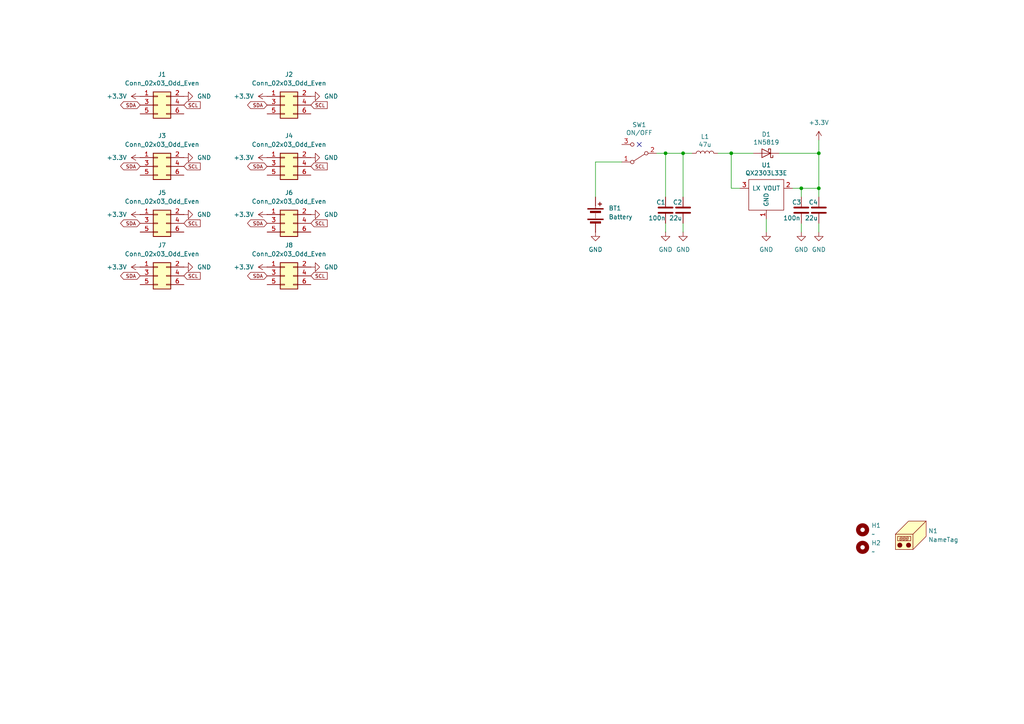
<source format=kicad_sch>
(kicad_sch (version 20231120) (generator "eeschema") (generator_version "8.0")
  (paper "A4")
  (lib_symbols
    (symbol "Connector_Generic:Conn_02x03_Odd_Even" (pin_names (offset 1.016) hide)
      (property "Reference" "J" (at 1.27 5.08 0))
      (property "Value" "Conn_02x03_Odd_Even" (at 1.27 -5.08 0))
      (symbol "Conn_02x03_Odd_Even_1_1"
        (rectangle (start -1.27 -2.413) (end 0 -2.667) (stroke (width 0.1524)))
        (rectangle (start -1.27 0.127) (end 0 -0.127) (stroke (width 0.1524)))
        (rectangle (start -1.27 2.667) (end 0 2.413) (stroke (width 0.1524)))
        (rectangle (start -1.27 3.81) (end 3.81 -3.81) (stroke (width 0.254)) (fill (type background)))
        (rectangle (start 3.81 -2.413) (end 2.54 -2.667) (stroke (width 0.1524)))
        (rectangle (start 3.81 0.127) (end 2.54 -0.127) (stroke (width 0.1524)))
        (rectangle (start 3.81 2.667) (end 2.54 2.413) (stroke (width 0.1524)))
        (pin passive line (at -5.08 2.54 0) (length 3.81) (name "Pin_1") (number "1"))
        (pin passive line (at 7.62 2.54 180) (length 3.81) (name "Pin_2") (number "2"))
        (pin passive line (at -5.08 0 0) (length 3.81) (name "Pin_3") (number "3"))
        (pin passive line (at 7.62 0 180) (length 3.81) (name "Pin_4") (number "4"))
        (pin passive line (at -5.08 -2.54 0) (length 3.81) (name "Pin_5") (number "5"))
        (pin passive line (at 7.62 -2.54 180) (length 3.81) (name "Pin_6") (number "6"))
      )
    )
    (symbol "Device:Battery" (pin_numbers hide) (pin_names (offset 0) hide)
      (property "Reference" "BT" (at 2.54 2.54 0))
      (property "Value" "Battery" (at 2.54 0 0))
      (symbol "Battery_0_1"
        (rectangle (start -2.286 -1.27) (end 2.286 -1.524) (fill (type outline)))
        (rectangle (start -2.286 1.778) (end 2.286 1.524) (fill (type outline)))
        (rectangle (start -1.524 -2.032) (end 1.524 -2.54) (fill (type outline)))
        (rectangle (start -1.524 1.016) (end 1.524 0.508) (fill (type outline)))
        (polyline (pts (xy 0 -1.016) (xy 0 -0.762)))
        (polyline (pts (xy 0 -0.508) (xy 0 -0.254)))
        (polyline (pts (xy 0 0) (xy 0 0.254)))
        (polyline (pts (xy 0 1.778) (xy 0 2.54)))
        (polyline (pts (xy 0.762 3.048) (xy 1.778 3.048)) (stroke (width 0.254)))
        (polyline (pts (xy 1.27 3.556) (xy 1.27 2.54)) (stroke (width 0.254)))
      )
      (symbol "Battery_1_1"
        (pin passive line (at 0 5.08 270) (length 2.54) (name "+") (number "1"))
        (pin passive line (at 0 -5.08 90) (length 2.54) (name "-") (number "2"))
      )
    )
    (symbol "Device:C" (pin_numbers hide) (pin_names (offset 0.254))
      (property "Reference" "C" (at 0.635 2.54 0))
      (property "Value" "C" (at 0.635 -2.54 0))
      (symbol "C_0_1"
        (polyline (pts (xy -2.032 -0.762) (xy 2.032 -0.762)) (stroke (width 0.508)))
        (polyline (pts (xy -2.032 0.762) (xy 2.032 0.762)) (stroke (width 0.508)))
      )
      (symbol "C_1_1"
        (pin passive line (at 0 3.81 270) (length 2.794) (name "~") (number "1"))
        (pin passive line (at 0 -3.81 90) (length 2.794) (name "~") (number "2"))
      )
    )
    (symbol "Mechanical:Housing" (pin_names (offset 1.016)) (exclude_from_sim yes)
      (property "Reference" "N" (at 3.81 0 0))
      (property "Value" "Housing" (at 3.81 -1.905 0))
      (symbol "Housing_0_1"
        (rectangle (start -5.08 -0.635) (end -1.27 -1.905))
        (circle (center -4.445 -3.175) (radius 0.635) (fill (type outline)))
        (circle (center -1.905 -3.175) (radius 0.635) (fill (type outline)))
        (polyline (pts (xy -4.5212 -1.5748) (xy -4.4704 -1.3716)))
        (polyline (pts (xy -4.4196 -1.6764) (xy -4.064 -1.6764)))
        (polyline (pts (xy -4.4196 -1.2192) (xy -4.3688 -0.9652)))
        (polyline (pts (xy -4.318 -1.3208) (xy -4.0132 -1.3208)))
        (polyline (pts (xy -4.2164 -0.9144) (xy -3.9116 -0.9144)))
        (polyline (pts (xy -3.9116 -1.6256) (xy -3.8608 -1.3716)))
        (polyline (pts (xy -3.81 -1.2192) (xy -3.7592 -0.9652)))
        (polyline (pts (xy -3.6068 -1.5748) (xy -3.556 -1.3716)))
        (polyline (pts (xy -3.5052 -1.6764) (xy -3.1496 -1.6764)))
        (polyline (pts (xy -3.5052 -1.2192) (xy -3.4544 -0.9652)))
        (polyline (pts (xy -3.4036 -1.3208) (xy -3.0988 -1.3208)))
        (polyline (pts (xy -3.302 -0.9144) (xy -2.9972 -0.9144)))
        (polyline (pts (xy -2.9972 -1.6256) (xy -2.9464 -1.3716)))
        (polyline (pts (xy -2.8956 -1.2192) (xy -2.8448 -0.9652)))
        (polyline (pts (xy -2.6924 -1.5748) (xy -2.6416 -1.3716)))
        (polyline (pts (xy -2.5908 -1.6764) (xy -2.2352 -1.6764)))
        (polyline (pts (xy -2.5908 -1.2192) (xy -2.54 -0.9652)))
        (polyline (pts (xy -2.4892 -1.3208) (xy -2.1844 -1.3208)))
        (polyline (pts (xy -2.3876 -0.9144) (xy -2.0828 -0.9144)))
        (polyline (pts (xy -2.0828 -1.6256) (xy -2.032 -1.3716)))
        (polyline (pts (xy -1.9812 -1.2192) (xy -1.9304 -0.9652)))
        (polyline (pts (xy -0.635 0) (xy -0.635 -4.445)))
        (polyline (pts (xy -5.715 0) (xy -0.635 0) (xy 3.175 3.81)))
        (polyline (pts (xy -5.715 0) (xy -5.715 -4.445) (xy -0.635 -4.445) (xy 3.175 -0.635) (xy 3.175 3.81) (xy -1.905 3.81) (xy -5.715 0)) (fill (type background)))
      )
    )
    (symbol "Mechanical:MountingHole" (pin_names (offset 1.016)) (exclude_from_sim yes) (in_bom no)
      (property "Reference" "H" (at 0 5.08 0))
      (property "Value" "MountingHole" (at 0 3.175 0))
      (symbol "MountingHole_0_1"
        (circle (center 0 0) (radius 1.27) (stroke (width 1.27)))
      )
    )
    (symbol "QX2303L33E:QX2303L33E" (pin_names (offset 1.016))
      (property "Reference" "U" (at -4.826 5.588 0))
      (property "Value" "QX2303L33E" (at 0.508 3.556 0))
      (symbol "QX2303L33E_0_0"
        (rectangle (start -5.08 2.54) (end 5.08 -6.35))
      )
      (symbol "QX2303L33E_1_1"
        (pin passive line (at 0 -8.89 90) (length 2.54) (name "GND") (number "1"))
        (pin power_out line (at 7.62 0 180) (length 2.54) (name "VOUT") (number "2"))
        (pin power_in line (at -7.62 0 0) (length 2.54) (name "LX") (number "3"))
      )
    )
    (symbol "hh2020v1-rescue:1N5819-Diode" (pin_numbers hide) (pin_names (offset 1.016) hide)
      (property "Reference" "D" (at 0 2.54 0))
      (property "Value" "1N5819-Diode" (at 0 -2.54 0))
      (symbol "1N5819-Diode_0_1"
        (polyline (pts (xy 1.27 0) (xy -1.27 0)))
        (polyline (pts (xy 1.27 1.27) (xy 1.27 -1.27) (xy -1.27 0) (xy 1.27 1.27)) (stroke (width 0.2032)))
        (polyline (pts (xy -1.905 0.635) (xy -1.905 1.27) (xy -1.27 1.27) (xy -1.27 -1.27) (xy -0.635 -1.27) (xy -0.635 -0.635)) (stroke (width 0.2032)))
      )
      (symbol "1N5819-Diode_1_1"
        (pin passive line (at -3.81 0 0) (length 2.54) (name "K") (number "1"))
        (pin passive line (at 3.81 0 180) (length 2.54) (name "A") (number "2"))
      )
    )
    (symbol "hh2020v1-rescue:C-Device" (pin_numbers hide) (pin_names (offset 0.254))
      (property "Reference" "C" (at 0.635 2.54 0))
      (property "Value" "C-Device" (at 0.635 -2.54 0))
      (symbol "C-Device_0_1"
        (polyline (pts (xy -2.032 -0.762) (xy 2.032 -0.762)) (stroke (width 0.508)))
        (polyline (pts (xy -2.032 0.762) (xy 2.032 0.762)) (stroke (width 0.508)))
      )
      (symbol "C-Device_1_1"
        (pin passive line (at 0 3.81 270) (length 2.794) (name "~") (number "1"))
        (pin passive line (at 0 -3.81 90) (length 2.794) (name "~") (number "2"))
      )
    )
    (symbol "hh2020v1-rescue:L-Device" (pin_numbers hide) (pin_names (offset 1.016) hide)
      (property "Reference" "L" (at -1.27 0 90))
      (property "Value" "L-Device" (at 1.905 0 90))
      (symbol "L-Device_0_1"
        (arc (start 0 -2.54) (mid 0.635 -1.905) (end 0 -1.27))
        (arc (start 0 -1.27) (mid 0.635 -0.635) (end 0 0))
        (arc (start 0 0) (mid 0.635 0.635) (end 0 1.27))
        (arc (start 0 1.27) (mid 0.635 1.905) (end 0 2.54))
      )
      (symbol "L-Device_1_1"
        (pin passive line (at 0 3.81 270) (length 1.27) (name "1") (number "1"))
        (pin passive line (at 0 -3.81 90) (length 1.27) (name "2") (number "2"))
      )
    )
    (symbol "hh2020v1-rescue:SW_SPDT-Switch" (pin_names (offset 0) hide)
      (property "Reference" "SW" (at 0 4.318 0))
      (property "Value" "SW_SPDT-Switch" (at 0 -5.08 0))
      (symbol "SW_SPDT-Switch_0_0"
        (circle (center -2.032 0) (radius 0.508))
        (circle (center 2.032 -2.54) (radius 0.508))
      )
      (symbol "SW_SPDT-Switch_0_1"
        (polyline (pts (xy -1.524 0.254) (xy 1.651 2.286)))
        (circle (center 2.032 2.54) (radius 0.508))
      )
      (symbol "SW_SPDT-Switch_1_1"
        (pin passive line (at 5.08 2.54 180) (length 2.54) (name "A") (number "1"))
        (pin passive line (at -5.08 0 0) (length 2.54) (name "B") (number "2"))
        (pin passive line (at 5.08 -2.54 180) (length 2.54) (name "C") (number "3"))
      )
    )
    (symbol "power:+3.3V" (power) (pin_numbers hide) (pin_names (offset 0) hide)
      (property "Value" "+3.3V" (at 0 3.556 0))
      (symbol "+3.3V_0_1"
        (polyline (pts (xy -0.762 1.27) (xy 0 2.54)))
        (polyline (pts (xy 0 0) (xy 0 2.54)))
        (polyline (pts (xy 0 2.54) (xy 0.762 1.27)))
      )
      (symbol "+3.3V_1_1"
        (pin power_in line (at 0 0 90) (length 0) (name "~") (number "1"))
      )
    )
    (symbol "power:GND" (power) (pin_numbers hide) (pin_names (offset 0) hide)
      (property "Value" "GND" (at 0 -3.81 0))
      (symbol "GND_0_1"
        (polyline (pts (xy 0 0) (xy 0 -1.27) (xy 1.27 -1.27) (xy 0 -2.54) (xy -1.27 -1.27) (xy 0 -1.27)))
      )
      (symbol "GND_1_1"
        (pin power_in line (at 0 0 270) (length 0) (name "~") (number "1"))
      )
    )
  )
  (junction (at 212.09 44.45))
  (junction (at 198.12 44.45))
  (junction (at 237.49 54.61))
  (junction (at 193.04 44.45))
  (junction (at 237.49 44.45))
  (junction (at 232.41 54.61))
  (no_connect (at 185.42 41.91))
  (wire (pts (xy 198.12 44.45) (xy 198.12 57.15)))
  (wire (pts (xy 237.49 54.61) (xy 232.41 54.61)))
  (wire (pts (xy 172.72 46.99) (xy 180.34 46.99)))
  (wire (pts (xy 193.04 44.45) (xy 193.04 57.15)))
  (wire (pts (xy 172.72 46.99) (xy 172.72 57.15)))
  (wire (pts (xy 198.12 44.45) (xy 200.66 44.45)))
  (wire (pts (xy 190.5 44.45) (xy 193.04 44.45)))
  (wire (pts (xy 208.28 44.45) (xy 212.09 44.45)))
  (wire (pts (xy 193.04 64.77) (xy 193.04 67.31)))
  (wire (pts (xy 193.04 44.45) (xy 198.12 44.45)))
  (wire (pts (xy 198.12 64.77) (xy 198.12 67.31)))
  (wire (pts (xy 237.49 40.64) (xy 237.49 44.45)))
  (wire (pts (xy 232.41 64.77) (xy 232.41 67.31)))
  (wire (pts (xy 226.06 44.45) (xy 237.49 44.45)))
  (wire (pts (xy 212.09 44.45) (xy 218.44 44.45)))
  (wire (pts (xy 237.49 44.45) (xy 237.49 54.61)))
  (wire (pts (xy 237.49 54.61) (xy 237.49 57.15)))
  (wire (pts (xy 237.49 64.77) (xy 237.49 67.31)))
  (wire (pts (xy 212.09 44.45) (xy 212.09 54.61)))
  (wire (pts (xy 232.41 54.61) (xy 232.41 57.15)))
  (wire (pts (xy 229.87 54.61) (xy 232.41 54.61)))
  (wire (pts (xy 222.25 63.5) (xy 222.25 67.31)))
  (wire (pts (xy 212.09 54.61) (xy 214.63 54.61)))
  (global_label "SCL" (shape input) (at 90.17 48.26 0) (effects (font (size 1.016 1.016))) (property "Intersheetrefs" "${INTERSHEET_REFS}" (effects (hide yes))))
  (global_label "SDA" (shape bidirectional) (at 77.47 48.26 180) (effects (font (size 1.016 1.016))) (property "Intersheetrefs" "${INTERSHEET_REFS}" (effects (hide yes))))
  (global_label "SDA" (shape bidirectional) (at 40.64 30.48 180) (effects (font (size 1.016 1.016))) (property "Intersheetrefs" "${INTERSHEET_REFS}" (effects (hide yes))))
  (global_label "SCL" (shape input) (at 53.34 80.01 0) (effects (font (size 1.016 1.016))) (property "Intersheetrefs" "${INTERSHEET_REFS}" (effects (hide yes))))
  (global_label "SCL" (shape input) (at 90.17 80.01 0) (effects (font (size 1.016 1.016))) (property "Intersheetrefs" "${INTERSHEET_REFS}" (effects (hide yes))))
  (global_label "SDA" (shape bidirectional) (at 40.64 64.77 180) (effects (font (size 1.016 1.016))) (property "Intersheetrefs" "${INTERSHEET_REFS}" (effects (hide yes))))
  (global_label "SDA" (shape bidirectional) (at 77.47 64.77 180) (effects (font (size 1.016 1.016))) (property "Intersheetrefs" "${INTERSHEET_REFS}" (effects (hide yes))))
  (global_label "SDA" (shape bidirectional) (at 40.64 80.01 180) (effects (font (size 1.016 1.016))) (property "Intersheetrefs" "${INTERSHEET_REFS}" (effects (hide yes))))
  (global_label "SDA" (shape bidirectional) (at 77.47 30.48 180) (effects (font (size 1.016 1.016))) (property "Intersheetrefs" "${INTERSHEET_REFS}" (effects (hide yes))))
  (global_label "SCL" (shape input) (at 53.34 64.77 0) (effects (font (size 1.016 1.016))) (property "Intersheetrefs" "${INTERSHEET_REFS}" (effects (hide yes))))
  (global_label "SCL" (shape input) (at 90.17 64.77 0) (effects (font (size 1.016 1.016))) (property "Intersheetrefs" "${INTERSHEET_REFS}" (effects (hide yes))))
  (global_label "SCL" (shape input) (at 53.34 30.48 0) (effects (font (size 1.016 1.016))) (property "Intersheetrefs" "${INTERSHEET_REFS}" (effects (hide yes))))
  (global_label "SCL" (shape input) (at 53.34 48.26 0) (effects (font (size 1.016 1.016))) (property "Intersheetrefs" "${INTERSHEET_REFS}" (effects (hide yes))))
  (global_label "SDA" (shape bidirectional) (at 40.64 48.26 180) (effects (font (size 1.016 1.016))) (property "Intersheetrefs" "${INTERSHEET_REFS}" (effects (hide yes))))
  (global_label "SCL" (shape input) (at 90.17 30.48 0) (effects (font (size 1.016 1.016))) (property "Intersheetrefs" "${INTERSHEET_REFS}" (effects (hide yes))))
  (global_label "SDA" (shape bidirectional) (at 77.47 80.01 180) (effects (font (size 1.016 1.016))) (property "Intersheetrefs" "${INTERSHEET_REFS}" (effects (hide yes))))
  (symbol (lib_id "power:+3.3V") (at 40.64 27.94 90) (unit 1)
    (property "Reference" "#PWR01" (effects (hide yes)))
    (property "Value" "+3.3V" (at 36.83 27.9399 90) (effects (justify left)))
    (property "Description" "Power symbol creates a global label with name \"+3.3V\"" (effects (hide yes)))
  )
  (symbol (lib_id "power:GND") (at 90.17 45.72 90) (unit 1)
    (property "Reference" "#PWR09" (effects (hide yes)))
    (property "Value" "GND" (at 93.98 45.7199 90) (effects (justify right)))
    (property "Description" "Power symbol creates a global label with name \"GND\" , ground" (effects (hide yes)))
  )
  (symbol (lib_id "power:+3.3V") (at 40.64 77.47 90) (unit 1)
    (property "Reference" "#PWR020" (effects (hide yes)))
    (property "Value" "+3.3V" (at 36.83 77.4699 90) (effects (justify left)))
    (property "Description" "Power symbol creates a global label with name \"+3.3V\"" (effects (hide yes)))
  )
  (symbol (lib_id "power:+3.3V") (at 77.47 62.23 90) (unit 1)
    (property "Reference" "#PWR012" (effects (hide yes)))
    (property "Value" "+3.3V" (at 73.66 62.2299 90) (effects (justify left)))
    (property "Description" "Power symbol creates a global label with name \"+3.3V\"" (effects (hide yes)))
  )
  (symbol (lib_id "hh2020v1-rescue:1N5819-Diode") (at 222.25 44.45 180) (unit 1)
    (property "Reference" "D1" (at 222.25 38.9636 0))
    (property "Value" "1N5819" (at 222.25 41.275 0))
    (property "Footprint" "Diode_SMD:D_SOD-123" (effects (hide yes)))
    (property "Datasheet" "http://www.vishay.com/docs/88525/1n5817.pdf" (effects (hide yes)))
  )
  (symbol (lib_id "power:GND") (at 172.72 67.31 0) (unit 1)
    (property "Reference" "#PWR014" (effects (hide yes)))
    (property "Value" "GND" (at 172.72 72.39 0))
    (property "Description" "Power symbol creates a global label with name \"GND\" , ground" (effects (hide yes)))
  )
  (symbol (lib_id "hh2020v1-rescue:L-Device") (at 204.47 44.45 90) (unit 1)
    (property "Reference" "L1" (at 204.47 39.624 90))
    (property "Value" "47u" (at 204.47 41.9354 90))
    (property "Footprint" "Inductor_SMD:L_Cenker_CKCS6020" (effects (hide yes)))
    (property "LCSC" "C253589" (effects (hide yes)))
  )
  (symbol (lib_id "hh2020v1-rescue:C-Device") (at 193.04 60.96 180) (unit 1)
    (property "Reference" "C1" (at 193.04 58.674 0) (effects (justify left)))
    (property "Value" "100n" (at 193.04 63.246 0) (effects (justify left)))
    (property "Footprint" "Capacitor_SMD:C_0402_1005Metric" (effects (hide yes)))
  )
  (symbol (lib_id "Mechanical:MountingHole") (at 250.19 158.75 0) (unit 1) (exclude_from_sim yes) (in_bom no)
    (property "Reference" "H2" (at 252.73 157.4799 0) (effects (justify left)))
    (property "Value" "~" (at 252.73 160.0199 0) (effects (justify left)))
    (property "Footprint" "MountingHole:MountingHole_6mm" (effects (hide yes)))
    (property "Description" "Mounting Hole without connection" (effects (hide yes)))
  )
  (symbol (lib_id "power:GND") (at 90.17 27.94 90) (unit 1)
    (property "Reference" "#PWR04" (effects (hide yes)))
    (property "Value" "GND" (at 93.98 27.9399 90) (effects (justify right)))
    (property "Description" "Power symbol creates a global label with name \"GND\" , ground" (effects (hide yes)))
  )
  (symbol (lib_id "power:+3.3V") (at 77.47 77.47 90) (unit 1)
    (property "Reference" "#PWR022" (effects (hide yes)))
    (property "Value" "+3.3V" (at 73.66 77.4699 90) (effects (justify left)))
    (property "Description" "Power symbol creates a global label with name \"+3.3V\"" (effects (hide yes)))
  )
  (symbol (lib_id "power:GND") (at 53.34 62.23 90) (unit 1)
    (property "Reference" "#PWR011" (effects (hide yes)))
    (property "Value" "GND" (at 57.15 62.2299 90) (effects (justify right)))
    (property "Description" "Power symbol creates a global label with name \"GND\" , ground" (effects (hide yes)))
  )
  (symbol (lib_id "power:GND") (at 53.34 77.47 90) (unit 1)
    (property "Reference" "#PWR021" (effects (hide yes)))
    (property "Value" "GND" (at 57.15 77.4699 90) (effects (justify right)))
    (property "Description" "Power symbol creates a global label with name \"GND\" , ground" (effects (hide yes)))
  )
  (symbol (lib_id "Mechanical:MountingHole") (at 250.19 153.67 0) (unit 1) (exclude_from_sim yes) (in_bom no)
    (property "Reference" "H1" (at 252.73 152.3999 0) (effects (justify left)))
    (property "Value" "~" (at 252.73 154.9399 0) (effects (justify left)))
    (property "Footprint" "MountingHole:MountingHole_6mm" (effects (hide yes)))
    (property "Description" "Mounting Hole without connection" (effects (hide yes)))
  )
  (symbol (lib_id "Device:C") (at 198.12 60.96 0) (mirror y) (unit 1)
    (property "Reference" "C2" (at 197.866 58.674 0) (effects (justify left)))
    (property "Value" "22u" (at 197.866 63.246 0) (effects (justify left)))
    (property "Footprint" "Capacitor_SMD:C_0805_2012Metric" (effects (hide yes)))
    (property "Datasheet" "https://jlcpcb.com/partdetail/46786-CL21A226MAQNNNE/C45783" (effects (hide yes)))
    (property "LCSC" "C45783" (effects (hide yes)))
  )
  (symbol (lib_id "hh2020v1-rescue:SW_SPDT-Switch") (at 185.42 44.45 180) (unit 1)
    (property "Reference" "SW1" (at 185.42 36.195 0))
    (property "Value" "ON/OFF" (at 185.42 38.5064 0))
    (property "Footprint" "Button_Switch_SMD:SW_SPDT_PCM12" (effects (hide yes)))
  )
  (symbol (lib_id "power:GND") (at 232.41 67.31 0) (unit 1)
    (property "Reference" "#PWR018" (effects (hide yes)))
    (property "Value" "GND" (at 232.41 72.39 0))
    (property "Description" "Power symbol creates a global label with name \"GND\" , ground" (effects (hide yes)))
  )
  (symbol (lib_id "Connector_Generic:Conn_02x03_Odd_Even") (at 45.72 48.26 0) (unit 1)
    (property "Reference" "J3" (at 46.99 39.37 0))
    (property "Value" "Conn_02x03_Odd_Even" (at 46.99 41.91 0))
    (property "Footprint" "Library:PinSocket_2x03_P2.54mm_Vertical_nosilk" (effects (hide yes)))
    (property "Description" "Generic connector, double row, 02x03, odd/even pin numbering scheme (row 1 odd numbers, row 2 even numbers), script generated (kicad-library-utils/schlib/autogen/connector/)" (effects (hide yes)))
  )
  (symbol (lib_id "power:+3.3V") (at 77.47 27.94 90) (unit 1)
    (property "Reference" "#PWR03" (effects (hide yes)))
    (property "Value" "+3.3V" (at 73.66 27.9399 90) (effects (justify left)))
    (property "Description" "Power symbol creates a global label with name \"+3.3V\"" (effects (hide yes)))
  )
  (symbol (lib_id "Connector_Generic:Conn_02x03_Odd_Even") (at 45.72 80.01 0) (unit 1)
    (property "Reference" "J7" (at 46.99 71.12 0))
    (property "Value" "Conn_02x03_Odd_Even" (at 46.99 73.66 0))
    (property "Footprint" "Library:PinSocket_2x03_P2.54mm_Vertical_nosilk" (effects (hide yes)))
    (property "Description" "Generic connector, double row, 02x03, odd/even pin numbering scheme (row 1 odd numbers, row 2 even numbers), script generated (kicad-library-utils/schlib/autogen/connector/)" (effects (hide yes)))
  )
  (symbol (lib_id "Connector_Generic:Conn_02x03_Odd_Even") (at 45.72 30.48 0) (unit 1)
    (property "Reference" "J1" (at 46.99 21.59 0))
    (property "Value" "Conn_02x03_Odd_Even" (at 46.99 24.13 0))
    (property "Footprint" "Library:PinSocket_2x03_P2.54mm_Vertical_nosilk" (effects (hide yes)))
    (property "Description" "Generic connector, double row, 02x03, odd/even pin numbering scheme (row 1 odd numbers, row 2 even numbers), script generated (kicad-library-utils/schlib/autogen/connector/)" (effects (hide yes)))
  )
  (symbol (lib_id "power:GND") (at 237.49 67.31 0) (unit 1)
    (property "Reference" "#PWR019" (effects (hide yes)))
    (property "Value" "GND" (at 237.49 72.39 0))
    (property "Description" "Power symbol creates a global label with name \"GND\" , ground" (effects (hide yes)))
  )
  (symbol (lib_id "power:GND") (at 53.34 45.72 90) (unit 1)
    (property "Reference" "#PWR07" (effects (hide yes)))
    (property "Value" "GND" (at 57.15 45.7199 90) (effects (justify right)))
    (property "Description" "Power symbol creates a global label with name \"GND\" , ground" (effects (hide yes)))
  )
  (symbol (lib_id "power:GND") (at 222.25 67.31 0) (unit 1)
    (property "Reference" "#PWR017" (effects (hide yes)))
    (property "Value" "GND" (at 222.25 72.39 0))
    (property "Description" "Power symbol creates a global label with name \"GND\" , ground" (effects (hide yes)))
  )
  (symbol (lib_id "QX2303L33E:QX2303L33E") (at 222.25 54.61 0) (unit 1)
    (property "Reference" "U1" (at 222.25 47.879 0))
    (property "Value" "QX2303L33E" (at 222.25 50.1904 0))
    (property "Footprint" "Package_TO_SOT_SMD:SOT-89-3" (effects (hide yes)))
    (property "LCSC" "C236071" (effects (hide yes)))
  )
  (symbol (lib_id "hh2020v1-rescue:C-Device") (at 232.41 60.96 180) (unit 1)
    (property "Reference" "C3" (at 232.41 58.674 0) (effects (justify left)))
    (property "Value" "100n" (at 232.156 63.246 0) (effects (justify left)))
    (property "Footprint" "Capacitor_SMD:C_0402_1005Metric" (effects (hide yes)))
  )
  (symbol (lib_id "Connector_Generic:Conn_02x03_Odd_Even") (at 45.72 64.77 0) (unit 1)
    (property "Reference" "J5" (at 46.99 55.88 0))
    (property "Value" "Conn_02x03_Odd_Even" (at 46.99 58.42 0))
    (property "Footprint" "Library:PinSocket_2x03_P2.54mm_Vertical_nosilk" (effects (hide yes)))
    (property "Description" "Generic connector, double row, 02x03, odd/even pin numbering scheme (row 1 odd numbers, row 2 even numbers), script generated (kicad-library-utils/schlib/autogen/connector/)" (effects (hide yes)))
  )
  (symbol (lib_id "Connector_Generic:Conn_02x03_Odd_Even") (at 82.55 80.01 0) (unit 1)
    (property "Reference" "J8" (at 83.82 71.12 0))
    (property "Value" "Conn_02x03_Odd_Even" (at 83.82 73.66 0))
    (property "Footprint" "Library:PinSocket_2x03_P2.54mm_Vertical_nosilk" (effects (hide yes)))
    (property "Description" "Generic connector, double row, 02x03, odd/even pin numbering scheme (row 1 odd numbers, row 2 even numbers), script generated (kicad-library-utils/schlib/autogen/connector/)" (effects (hide yes)))
  )
  (symbol (lib_id "power:+3.3V") (at 40.64 62.23 90) (unit 1)
    (property "Reference" "#PWR010" (effects (hide yes)))
    (property "Value" "+3.3V" (at 36.83 62.2299 90) (effects (justify left)))
    (property "Description" "Power symbol creates a global label with name \"+3.3V\"" (effects (hide yes)))
  )
  (symbol (lib_id "power:GND") (at 198.12 67.31 0) (unit 1)
    (property "Reference" "#PWR016" (effects (hide yes)))
    (property "Value" "GND" (at 198.12 72.39 0))
    (property "Description" "Power symbol creates a global label with name \"GND\" , ground" (effects (hide yes)))
  )
  (symbol (lib_id "power:+3.3V") (at 77.47 45.72 90) (unit 1)
    (property "Reference" "#PWR08" (effects (hide yes)))
    (property "Value" "+3.3V" (at 73.66 45.7199 90) (effects (justify left)))
    (property "Description" "Power symbol creates a global label with name \"+3.3V\"" (effects (hide yes)))
  )
  (symbol (lib_id "power:GND") (at 193.04 67.31 0) (unit 1)
    (property "Reference" "#PWR015" (effects (hide yes)))
    (property "Value" "GND" (at 193.04 72.39 0))
    (property "Description" "Power symbol creates a global label with name \"GND\" , ground" (effects (hide yes)))
  )
  (symbol (lib_id "power:+3.3V") (at 40.64 45.72 90) (unit 1)
    (property "Reference" "#PWR06" (effects (hide yes)))
    (property "Value" "+3.3V" (at 36.83 45.7199 90) (effects (justify left)))
    (property "Description" "Power symbol creates a global label with name \"+3.3V\"" (effects (hide yes)))
  )
  (symbol (lib_id "power:+3.3V") (at 237.49 40.64 0) (unit 1)
    (property "Reference" "#PWR05" (effects (hide yes)))
    (property "Value" "+3.3V" (at 237.49 35.56 0))
    (property "Description" "Power symbol creates a global label with name \"+3.3V\"" (effects (hide yes)))
  )
  (symbol (lib_id "Mechanical:Housing") (at 265.43 154.94 0) (unit 1) (exclude_from_sim yes) (in_bom no)
    (property "Reference" "N1" (at 269.24 153.9874 0) (effects (justify left)))
    (property "Value" "NameTag" (at 269.24 156.5274 0) (effects (justify left)))
    (property "Footprint" "Library:sao_nametag_holder" (effects (hide yes)))
    (property "Description" "Housing" (effects (hide yes)))
    (property "LCSC" "-" (effects (hide yes)))
  )
  (symbol (lib_id "Connector_Generic:Conn_02x03_Odd_Even") (at 82.55 48.26 0) (unit 1)
    (property "Reference" "J4" (at 83.82 39.37 0))
    (property "Value" "Conn_02x03_Odd_Even" (at 83.82 41.91 0))
    (property "Footprint" "Library:PinSocket_2x03_P2.54mm_Vertical_nosilk" (effects (hide yes)))
    (property "Description" "Generic connector, double row, 02x03, odd/even pin numbering scheme (row 1 odd numbers, row 2 even numbers), script generated (kicad-library-utils/schlib/autogen/connector/)" (effects (hide yes)))
  )
  (symbol (lib_id "Connector_Generic:Conn_02x03_Odd_Even") (at 82.55 30.48 0) (unit 1)
    (property "Reference" "J2" (at 83.82 21.59 0))
    (property "Value" "Conn_02x03_Odd_Even" (at 83.82 24.13 0))
    (property "Footprint" "Library:PinSocket_2x03_P2.54mm_Vertical_nosilk" (effects (hide yes)))
    (property "Description" "Generic connector, double row, 02x03, odd/even pin numbering scheme (row 1 odd numbers, row 2 even numbers), script generated (kicad-library-utils/schlib/autogen/connector/)" (effects (hide yes)))
  )
  (symbol (lib_id "Device:Battery") (at 172.72 62.23 0) (unit 1)
    (property "Reference" "BT1" (at 176.53 60.3884 0) (effects (justify left)))
    (property "Value" "Battery" (at 176.53 62.9284 0) (effects (justify left)))
    (property "Footprint" "Library:BatteryHolder_Keystone_2468_2xAAA_noholes" (effects (hide yes)))
    (property "Description" "Multiple-cell battery" (effects (hide yes)))
    (property "LCSC" "C5290191" (effects (hide yes)))
  )
  (symbol (lib_id "Device:C") (at 237.49 60.96 0) (mirror y) (unit 1)
    (property "Reference" "C4" (at 237.236 58.674 0) (effects (justify left)))
    (property "Value" "22u" (at 237.236 63.246 0) (effects (justify left)))
    (property "Footprint" "Capacitor_SMD:C_0805_2012Metric" (effects (hide yes)))
    (property "Datasheet" "https://jlcpcb.com/partdetail/46786-CL21A226MAQNNNE/C45783" (effects (hide yes)))
    (property "LCSC" "C45783" (effects (hide yes)))
  )
  (symbol (lib_id "power:GND") (at 53.34 27.94 90) (unit 1)
    (property "Reference" "#PWR02" (effects (hide yes)))
    (property "Value" "GND" (at 57.15 27.9399 90) (effects (justify right)))
    (property "Description" "Power symbol creates a global label with name \"GND\" , ground" (effects (hide yes)))
  )
  (symbol (lib_id "power:GND") (at 90.17 62.23 90) (unit 1)
    (property "Reference" "#PWR013" (effects (hide yes)))
    (property "Value" "GND" (at 93.98 62.2299 90) (effects (justify right)))
    (property "Description" "Power symbol creates a global label with name \"GND\" , ground" (effects (hide yes)))
  )
  (symbol (lib_id "Connector_Generic:Conn_02x03_Odd_Even") (at 82.55 64.77 0) (unit 1)
    (property "Reference" "J6" (at 83.82 55.88 0))
    (property "Value" "Conn_02x03_Odd_Even" (at 83.82 58.42 0))
    (property "Footprint" "Library:PinSocket_2x03_P2.54mm_Vertical_nosilk" (effects (hide yes)))
    (property "Description" "Generic connector, double row, 02x03, odd/even pin numbering scheme (row 1 odd numbers, row 2 even numbers), script generated (kicad-library-utils/schlib/autogen/connector/)" (effects (hide yes)))
  )
  (symbol (lib_id "power:GND") (at 90.17 77.47 90) (unit 1)
    (property "Reference" "#PWR023" (effects (hide yes)))
    (property "Value" "GND" (at 93.98 77.4699 90) (effects (justify right)))
    (property "Description" "Power symbol creates a global label with name \"GND\" , ground" (effects (hide yes)))
  )
)
</source>
